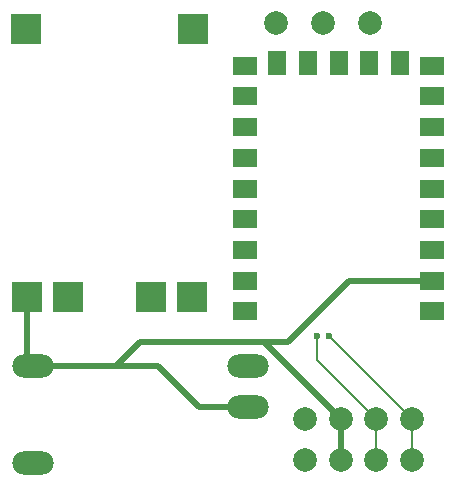
<source format=gbl>
G04 #@! TF.GenerationSoftware,KiCad,Pcbnew,9.0.3*
G04 #@! TF.CreationDate,2025-12-21T00:47:55-08:00*
G04 #@! TF.ProjectId,fluid_keychain_electronics,666c7569-645f-46b6-9579-636861696e5f,rev?*
G04 #@! TF.SameCoordinates,Original*
G04 #@! TF.FileFunction,Copper,L2,Bot*
G04 #@! TF.FilePolarity,Positive*
%FSLAX46Y46*%
G04 Gerber Fmt 4.6, Leading zero omitted, Abs format (unit mm)*
G04 Created by KiCad (PCBNEW 9.0.3) date 2025-12-21 00:47:55*
%MOMM*%
%LPD*%
G01*
G04 APERTURE LIST*
G04 Aperture macros list*
%AMFreePoly0*
4,1,5,0.750000,-1.000000,-0.750000,-1.000000,-0.750000,1.000000,0.750000,1.000000,0.750000,-1.000000,0.750000,-1.000000,$1*%
G04 Aperture macros list end*
G04 #@! TA.AperFunction,ComponentPad*
%ADD10C,2.000000*%
G04 #@! TD*
G04 #@! TA.AperFunction,ComponentPad*
%ADD11R,2.500000X2.500000*%
G04 #@! TD*
G04 #@! TA.AperFunction,ComponentPad*
%ADD12FreePoly0,90.000000*%
G04 #@! TD*
G04 #@! TA.AperFunction,ComponentPad*
%ADD13FreePoly0,0.000000*%
G04 #@! TD*
G04 #@! TA.AperFunction,ComponentPad*
%ADD14O,3.500000X2.000000*%
G04 #@! TD*
G04 #@! TA.AperFunction,ViaPad*
%ADD15C,0.600000*%
G04 #@! TD*
G04 #@! TA.AperFunction,Conductor*
%ADD16C,0.500000*%
G04 #@! TD*
G04 #@! TA.AperFunction,Conductor*
%ADD17C,0.200000*%
G04 #@! TD*
G04 APERTURE END LIST*
D10*
X91500000Y-61500000D03*
X94500000Y-61500000D03*
X97500000Y-61500000D03*
X100500000Y-61500000D03*
D11*
X67800000Y-28500000D03*
X82000000Y-28500000D03*
X67900000Y-51200000D03*
X71400000Y-51200000D03*
X78400000Y-51200000D03*
X81900000Y-51200000D03*
D10*
X89000000Y-28000000D03*
X93000000Y-28000000D03*
X97000000Y-28000000D03*
D12*
X86350000Y-52400000D03*
X86350000Y-49800000D03*
X86350000Y-47200000D03*
X86350000Y-44600000D03*
X86350000Y-42000000D03*
X86350000Y-39400000D03*
X86350000Y-36800000D03*
X86350000Y-34200000D03*
X86350000Y-31600000D03*
D13*
X89100000Y-31350000D03*
X91700000Y-31350000D03*
X94300000Y-31350000D03*
X96900000Y-31350000D03*
X99500000Y-31350000D03*
D12*
X102250000Y-31600000D03*
X102250000Y-34200000D03*
X102250000Y-36800000D03*
X102250000Y-39400000D03*
X102250000Y-42000000D03*
X102250000Y-44600000D03*
X102250000Y-47200000D03*
X102250000Y-49800000D03*
X102250000Y-52400000D03*
D10*
X91500000Y-65000000D03*
X94500000Y-65000000D03*
X97500000Y-65000000D03*
X100500000Y-65000000D03*
D14*
X68400000Y-57000000D03*
X68400000Y-65200000D03*
X86600000Y-57000000D03*
X86600000Y-60500000D03*
D15*
X93500000Y-54500000D03*
X92500000Y-54500000D03*
D16*
X90000000Y-55000000D02*
X95200000Y-49800000D01*
D17*
X100500000Y-65000000D02*
X100500000Y-61500000D01*
X97500000Y-61500000D02*
X92500000Y-56500000D01*
D16*
X75500000Y-57000000D02*
X79000000Y-57000000D01*
X88000000Y-55000000D02*
X94500000Y-61500000D01*
X94500000Y-65000000D02*
X94500000Y-61500000D01*
X79000000Y-57000000D02*
X82500000Y-60500000D01*
X68400000Y-57000000D02*
X75500000Y-57000000D01*
D17*
X67900000Y-56500000D02*
X68400000Y-57000000D01*
D16*
X77500000Y-55000000D02*
X75500000Y-57000000D01*
X88000000Y-55000000D02*
X77500000Y-55000000D01*
X82500000Y-60500000D02*
X86600000Y-60500000D01*
X95200000Y-49800000D02*
X102000000Y-49800000D01*
D17*
X92500000Y-56500000D02*
X92500000Y-54500000D01*
X97500000Y-65000000D02*
X97500000Y-61500000D01*
D16*
X88000000Y-55000000D02*
X90000000Y-55000000D01*
X67900000Y-51200000D02*
X67900000Y-56500000D01*
D17*
X100500000Y-61500000D02*
X93500000Y-54500000D01*
M02*

</source>
